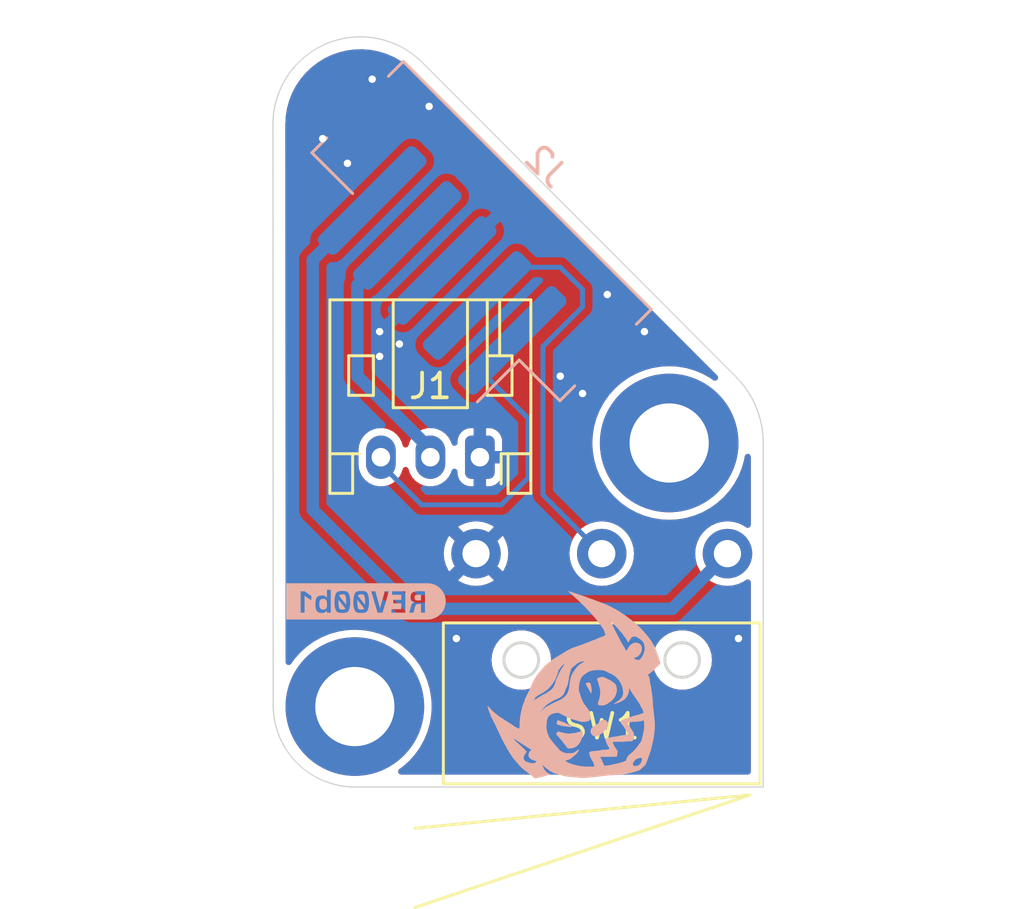
<source format=kicad_pcb>
(kicad_pcb (version 20221018) (generator pcbnew)
  (layers (0 "F.Cu" signal) (31 "B.Cu" signal) (34 "B.Paste" user) (35 "F.Paste" user) (36 "B.SilkS" user "B.Silkscreen") (37 "F.SilkS" user "F.Silkscreen") (38 "B.Mask" user) (39 "F.Mask" user) (44 "Edge.Cuts" user))
  (net 0 "")
  (net 1 "GND")
  (net 2 "+5V")
  (net 3 "AUX")
  (net 4 "Z_LIMIT_SIG")
  (net 5 "+3V3")
  (footprint "index:logo_mask" (layer "F.Cu") (at -16.3 -26.8)
    (fp_text reference "G***" hide)
    (fp_text value "LOGO" hide)
  )
  (footprint "MountingHole:MountingHole_3.2mm_M3_DIN965_Pad" (layer "F.Cu") (at -3.8 -13.9)
    (fp_text reference "REF**" hide)
    (fp_text value "MountingHole_3.2mm_M3_DIN965_Pad")
    (pad "1" thru_hole circle (at 0 0) (size 5.6 5.6) (drill 3.2) (layers "*.Cu" "*.Mask"))
  )
  (footprint "index:D2FS-FL-N-A" (layer "F.Cu") (at -6.525 -9.43 180)
    (fp_text reference "SW1" (at 0 -6.98 unlocked) (layer "F.SilkS"))
    (fp_text value "SW_SPDT")
    (fp_circle (center -3.25 -4.3) (end -2.55 -4.3) (stroke (width 0.12)) (fill none) (layer "Edge.Cuts"))
    (fp_circle (center 3.25 -4.3) (end 3.95 -4.3) (stroke (width 0.12)) (fill none) (layer "Edge.Cuts"))
    (pad "1" thru_hole circle (at -5.08 0 180) (size 2 2) (drill 1.1) (layers "*.Cu" "*.Mask") (net 5 "+3V3"))
    (pad "2" thru_hole circle (at 0 0 180) (size 2 2) (drill 1.1) (layers "*.Cu" "*.Mask") (net 4 "Z_LIMIT_SIG"))
    (pad "3" thru_hole circle (at 5.08 0 180) (size 2 2) (drill 1.1) (layers "*.Cu" "*.Mask") (net 1 "GND"))
  )
  (footprint "Connector_JST:JST_PH_S3B-PH-K_1x03_P2.00mm_Horizontal" (layer "F.Cu") (at -11.45 -13.325 180)
    (fp_text reference "J1" (at 2 2.875) (layer "F.SilkS"))
    (fp_text value "AUX")
    (pad "1" thru_hole roundrect (at 0 0 180) (size 1.2 1.75) (drill 0.75) (layers "*.Cu" "*.Mask") (roundrect_rratio 0.2083333333) (net 1 "GND"))
    (pad "2" thru_hole oval (at 2 0 180) (size 1.2 1.75) (drill 0.75) (layers "*.Cu" "*.Mask") (net 2 "+5V"))
    (pad "3" thru_hole oval (at 4 0 180) (size 1.2 1.75) (drill 0.75) (layers "*.Cu" "*.Mask") (net 3 "AUX"))
  )
  (footprint "MountingHole:MountingHole_3.2mm_M3_DIN965_Pad" (layer "F.Cu") (at -16.5 -3.25)
    (fp_text reference "REF**" hide)
    (fp_text value "MountingHole_3.2mm_M3_DIN965_Pad")
    (pad "1" thru_hole circle (at 0 0) (size 5.6 5.6) (drill 3.2) (layers "*.Cu" "*.Mask"))
  )
  (footprint "Connector_JST:JST_PH_B5B-PH-SM4-TB_1x05-1MP_P2.00mm_Vertical" (layer "B.Cu") (at -12.618019 -21.225126 135)
    (fp_text reference "J2" (at 0 5.45 135) (layer "B.SilkS") (effects (justify mirror)))
    (fp_text value "HEAD_HARNESS")
    (pad "1" smd roundrect (at -4 -0.5 135) (size 1 5.5) (layers "B.Cu" "B.Paste" "B.Mask") (net 3 "AUX"))
    (pad "2" smd roundrect (at -2 -0.5 135) (size 1 5.5) (layers "B.Cu" "B.Paste" "B.Mask") (net 4 "Z_LIMIT_SIG"))
    (pad "3" smd roundrect (at 0 -0.5 135) (size 1 5.5) (layers "B.Cu" "B.Paste" "B.Mask") (net 1 "GND"))
    (pad "4" smd roundrect (at 2 -0.5 135) (size 1 5.5) (layers "B.Cu" "B.Paste" "B.Mask") (net 2 "+5V"))
    (pad "5" smd roundrect (at 4 -0.5 135) (size 1 5.5) (layers "B.Cu" "B.Paste" "B.Mask") (net 5 "+3V3"))
    (pad "MP" smd roundrect (at -6.4 1.749999 135) (size 1.6 3) (layers "B.Cu" "B.Paste" "B.Mask") (roundrect_rratio 0.15625) (net 1 "GND"))
    (pad "MP" smd roundrect (at 6.4 1.749999 135) (size 1.6 3) (layers "B.Cu" "B.Paste" "B.Mask") (roundrect_rratio 0.15625) (net 1 "GND"))
  )
  (footprint "kibuzzard-660C5135" (layer "B.Cu") (at -16.05 -7.5 180)
    (fp_text reference "kibuzzard-660C5135" hide)
    (fp_text value "G***" hide)
  )
  (footprint "index:goblin" (layer "B.Cu") (at -6.7 -3.1 -130)
    (fp_text reference "G***" hide)
    (fp_text value "LOGO" hide)
  )
  (gr_line (start 0 0) (end -16.5 0) (stroke (width 0.05)) (layer "Edge.Cuts"))
  (gr_arc (start -16.5 0) (mid -18.833452 -0.966548) (end -19.8 -3.3) (stroke (width 0.05)) (layer "Edge.Cuts"))
  (gr_arc (start -1.112994 -16.587006) (mid -0.289257 -15.354197) (end 0 -13.9) (stroke (width 0.05)) (layer "Edge.Cuts"))
  (gr_line (start 0 0) (end 0 -13.9) (stroke (width 0.05)) (layer "Edge.Cuts"))
  (gr_line (start -13.775001 -29.274999) (end -1.112994 -16.587006) (stroke (width 0.05)) (layer "Edge.Cuts"))
  (gr_line (start -19.8 -3.3) (end -19.810533 -26.775) (stroke (width 0.05)) (layer "Edge.Cuts"))
  (gr_arc (start -19.810533 -26.775) (mid -17.62799 -30.041407) (end -13.775001 -29.274999) (stroke (width 0.05)) (layer "Edge.Cuts"))
  (via (at -17.8 -26.2) (size 0.6) (drill 0.3) (layers "F.Cu" "B.Cu") (net 1))
  (via (at -15.5 -18.4) (size 0.6) (drill 0.3) (layers "F.Cu" "B.Cu") (net 1))
  (via (at -15.5 -17.4) (size 0.6) (drill 0.3) (layers "F.Cu" "B.Cu") (net 1))
  (via (at -13.5 -27.5) (size 0.6) (drill 0.3) (layers "F.Cu" "B.Cu") (net 1))
  (via (at -16.8 -25.2) (size 0.6) (drill 0.3) (layers "F.Cu" "B.Cu") (net 1))
  (via (at -1 -6) (size 0.6) (drill 0.3) (layers "F.Cu" "B.Cu") (net 1))
  (via (at -4.8 -18.4) (size 0.6) (drill 0.3) (layers "F.Cu" "B.Cu") (net 1))
  (via (at -6.3 -19.9) (size 0.6) (drill 0.3) (layers "F.Cu" "B.Cu") (net 1))
  (via (at -14.7 -17.9) (size 0.6) (drill 0.3) (layers "F.Cu" "B.Cu") (net 1))
  (via (at -8.2 -16.6) (size 0.6) (drill 0.3) (layers "F.Cu" "B.Cu") (net 1))
  (via (at -7.3 -15.9) (size 0.6) (drill 0.3) (layers "F.Cu" "B.Cu") (net 1))
  (via (at -15.8 -28.6) (size 0.6) (drill 0.3) (layers "F.Cu" "B.Cu") (net 1))
  (via (at -12.4 -6) (size 0.6) (drill 0.3) (layers "F.Cu" "B.Cu") (net 1))
  (segment (start -6.855099 -17.937079) (end -6.855099 -17.944901) (width 0.5) (layer "B.Cu") (net 1))
  (segment (start -15.906066 -26.988046) (end -15.906066 -26.993934) (width 0.5) (layer "B.Cu") (net 1))
  (segment (start -6.855099 -17.937079) (end -6.837079 -17.937079) (width 0.5) (layer "B.Cu") (net 1))
  (segment (start -15.906066 -26.988046) (end -15.888046 -26.988046) (width 0.5) (layer "B.Cu") (net 1))
  (segment (start -6.855099 -17.937079) (end -6.962921 -17.937079) (width 0.5) (layer "B.Cu") (net 1))
  (segment (start -13.45 -13.65) (end -13.45 -13.325) (width 0.5) (layer "B.Cu") (net 2))
  (segment (start -16.4 -20.271572) (end -16.4 -16.6) (width 0.5) (layer "B.Cu") (net 2))
  (segment (start -14.385786 -22.285786) (end -16.4 -20.271572) (width 0.5) (layer "B.Cu") (net 2))
  (segment (start -16.4 -16.6) (end -13.45 -13.65) (width 0.5) (layer "B.Cu") (net 2))
  (segment (start -11.1 -16.5) (end -9.5 -14.9) (width 0.2) (layer "B.Cu") (net 3))
  (segment (start -10.58629 -11.4) (end -13.8 -11.4) (width 0.2) (layer "B.Cu") (net 3))
  (segment (start -15.45 -13.05) (end -15.45 -13.325) (width 0.2) (layer "B.Cu") (net 3))
  (segment (start -10.143145 -18.043145) (end -11.1 -17.08629) (width 0.2) (layer "B.Cu") (net 3))
  (segment (start -9.5 -12.48629) (end -10.58629 -11.4) (width 0.2) (layer "B.Cu") (net 3))
  (segment (start -13.8 -11.4) (end -15.45 -13.05) (width 0.2) (layer "B.Cu") (net 3))
  (segment (start -9.5 -14.9) (end -9.5 -12.48629) (width 0.2) (layer "B.Cu") (net 3))
  (segment (start -11.1 -17.08629) (end -11.1 -16.5) (width 0.2) (layer "B.Cu") (net 3))
  (segment (start -6.525 -9.43) (end -8.9 -11.805) (width 0.2) (layer "B.Cu") (net 4))
  (segment (start -8.9 -11.805) (end -8.9 -17.8) (width 0.2) (layer "B.Cu") (net 4))
  (segment (start -7.3 -19.4) (end -7.3 -20.1) (width 0.2) (layer "B.Cu") (net 4))
  (segment (start -8.2 -21) (end -10.014718 -21) (width 0.2) (layer "B.Cu") (net 4))
  (segment (start -10.014718 -21) (end -11.557359 -19.457359) (width 0.2) (layer "B.Cu") (net 4))
  (segment (start -8.9 -17.8) (end -7.3 -19.4) (width 0.2) (layer "B.Cu") (net 4))
  (segment (start -7.3 -20.1) (end -8.2 -21) (width 0.2) (layer "B.Cu") (net 4))
  (segment (start -15.8 -23.7) (end -18.2 -21.3) (width 0.5) (layer "B.Cu") (net 5))
  (segment (start -18.2 -21.3) (end -18.2 -11.2) (width 0.5) (layer "B.Cu") (net 5))
  (segment (start -18.2 -11.2) (end -14.2 -7.2) (width 0.5) (layer "B.Cu") (net 5))
  (segment (start -3.675 -7.2) (end -1.445 -9.43) (width 0.5) (layer "B.Cu") (net 5))
  (segment (start -14.2 -7.2) (end -3.675 -7.2) (width 0.5) (layer "B.Cu") (net 5))
  (zone (net 1) (net_name "GND") (layers "F&B.Cu") (connect_pads (clearance 0.3)) (min_thickness 0.25) (fill yes (thermal_gap 0.3) (thermal_bridge_width 0.5))
    (polygon (pts (xy 0.3 0.3) (xy 0.4 -15.9) (xy -15.8 -31.8) (xy -20.2 -28.9) (xy -20.1 -2.4) (xy -19 -0.6) (xy -17.3 0.4) (xy -1.6 0.3)))
  )
)
</source>
